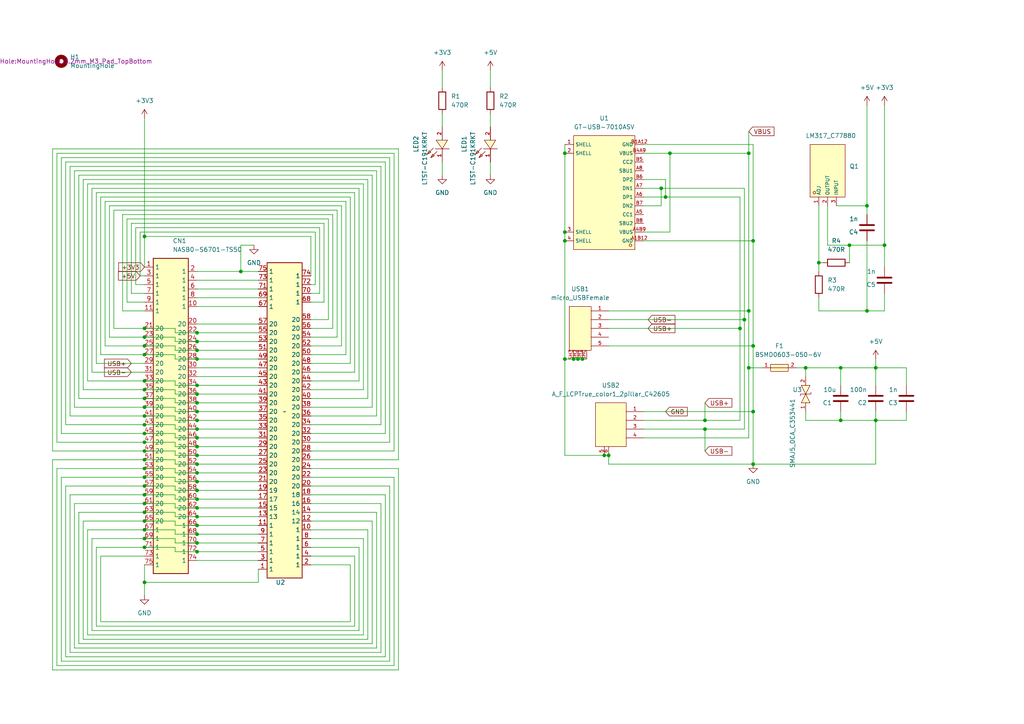
<source format=kicad_sch>
(kicad_sch (version 20230121) (generator eeschema)
  (paper "A4")
  (lib_symbols
    (symbol "Device:C" (pin_numbers hide) (pin_names (offset 0.254))
      (property "Reference" "C" (at 0.635 2.54 0))
      (property "Value" "C" (at 0.635 -2.54 0))
      (symbol "C_0_1"
        (polyline (pts (xy -2.032 -0.762) (xy 2.032 -0.762)) (stroke (width 0.508)))
        (polyline (pts (xy -2.032 0.762) (xy 2.032 0.762)) (stroke (width 0.508)))
      )
      (symbol "C_1_1"
        (pin passive line (at 0 3.81 270) (length 2.794) (name "~") (number "1"))
        (pin passive line (at 0 -3.81 90) (length 2.794) (name "~") (number "2"))
      )
    )
    (symbol "Device:R" (pin_numbers hide) (pin_names (offset 0))
      (property "Reference" "R" (at 2.032 0 90))
      (property "Value" "R" (at 0 0 90))
      (symbol "R_0_1"
        (rectangle (start -1.016 -2.54) (end 1.016 2.54) (stroke (width 0.254)))
      )
      (symbol "R_1_1"
        (pin passive line (at 0 3.81 270) (length 1.27) (name "~") (number "1"))
        (pin passive line (at 0 -3.81 90) (length 1.27) (name "~") (number "2"))
      )
    )
    (symbol "JLC:A_F_LCPTrue_color1_2pillar_C42605" (pin_names hide)
      (property "Reference" "USB" (at 0 1.27 0))
      (property "Value" "A_F_LCPTrue_color1_2pillar_C42605" (at 0 -2.54 0))
      (symbol "A_F_LCPTrue_color1_2pillar_C42605_0_1"
        (rectangle (start -7.62 3.81) (end 1.27 -8.89) (fill (type background)))
        (pin unspecified line (at 6.35 1.27 180) (length 5.08) (name "GND") (number "1"))
        (pin unspecified line (at 6.35 -1.27 180) (length 5.08) (name "D+") (number "2"))
        (pin unspecified line (at 6.35 -3.81 180) (length 5.08) (name "D-") (number "3"))
        (pin unspecified line (at 6.35 -6.35 180) (length 5.08) (name "VCC") (number "4"))
        (pin unspecified line (at -5.08 -11.43 90) (length 2.54) (name "5") (number "5"))
        (pin unspecified line (at -3.81 -11.43 90) (length 2.54) (name "6") (number "6"))
      )
    )
    (symbol "JLC:BSMD0603-050-6V" (pin_names hide)
      (property "Reference" "F" (at 0 1.27 0))
      (property "Value" "BSMD0603-050-6V" (at 0 -2.54 0))
      (symbol "BSMD0603-050-6V_0_1"
        (rectangle (start -2.54 1.016) (end 2.54 -1.016) (fill (type background)))
        (polyline (pts (xy -2.54 0) (xy 2.54 0)))
        (pin unspecified line (at -5.08 0 0) (length 2.54) (name "1") (number "1"))
        (pin unspecified line (at 5.08 0 180) (length 2.54) (name "2") (number "2"))
      )
    )
    (symbol "JLC:GT-USB-7010ASV"
      (property "Reference" "U" (at 0 1.27 0))
      (property "Value" "GT-USB-7010ASV" (at 0 -2.54 0))
      (symbol "GT-USB-7010ASV_0_1"
        (rectangle (start -10.16 17.78) (end 7.62 -15.24) (fill (type background)))
        (circle (center -8.89 16.51) (radius 0.381) (fill (type background)))
        (pin unspecified line (at 10.16 -12.7 180) (length 2.54) (name "SHELL") (number "1"))
        (pin unspecified line (at 10.16 -10.16 180) (length 2.54) (name "SHELL") (number "2"))
        (pin unspecified line (at 10.16 12.7 180) (length 2.54) (name "SHELL") (number "3"))
        (pin unspecified line (at 10.16 15.24 180) (length 2.54) (name "SHELL") (number "4"))
        (pin unspecified line (at -12.7 15.24 0) (length 2.54) (name "GND") (number "A1B12"))
        (pin unspecified line (at -12.7 12.7 0) (length 2.54) (name "VBUS") (number "A4B9"))
        (pin unspecified line (at -12.7 7.62 0) (length 2.54) (name "CC1") (number "A5"))
        (pin unspecified line (at -12.7 2.54 0) (length 2.54) (name "DP1") (number "A6"))
        (pin unspecified line (at -12.7 0 0) (length 2.54) (name "DN1") (number "A7"))
        (pin unspecified line (at -12.7 -5.08 0) (length 2.54) (name "SBU1") (number "A8"))
        (pin unspecified line (at -12.7 -12.7 0) (length 2.54) (name "GND") (number "B1A12"))
        (pin unspecified line (at -12.7 -10.16 0) (length 2.54) (name "VBUS") (number "B4A9"))
        (pin unspecified line (at -12.7 -7.62 0) (length 2.54) (name "CC2") (number "B5"))
        (pin unspecified line (at -12.7 -2.54 0) (length 2.54) (name "DP2") (number "B6"))
        (pin unspecified line (at -12.7 5.08 0) (length 2.54) (name "DN2") (number "B7"))
        (pin unspecified line (at -12.7 10.16 0) (length 2.54) (name "SBU2") (number "B8"))
      )
    )
    (symbol "JLC:LM317_C77880"
      (property "Reference" "Q" (at 0 1.27 0))
      (property "Value" "LM317_C77880" (at 0 -2.54 0))
      (symbol "LM317_C77880_0_1"
        (rectangle (start -6.35 6.35) (end 8.89 -3.81) (fill (type background)))
        (circle (center -5.08 5.08) (radius 0.381) (fill (type background)))
        (pin unspecified line (at -8.89 3.81 0) (length 2.54) (name "ADJ") (number "1"))
        (pin unspecified line (at -8.89 1.27 0) (length 2.54) (name "OUTPUT") (number "2"))
        (pin unspecified line (at -8.89 -1.27 0) (length 2.54) (name "INPUT") (number "3"))
      )
    )
    (symbol "JLC:LTST-C191KRKT" (pin_names hide)
      (property "Reference" "LED" (at 0 1.27 0))
      (property "Value" "LTST-C191KRKT" (at 0 -2.54 0))
      (symbol "LTST-C191KRKT_0_1"
        (polyline (pts (xy -2.032 1.524) (xy -3.81 3.302)))
        (polyline (pts (xy -1.27 2.032) (xy -1.27 -2.032)))
        (polyline (pts (xy -1.016 2.54) (xy -2.794 4.318)))
        (polyline (pts (xy -3.81 3.302) (xy -2.794 2.794) (xy -3.302 2.286) (xy -3.81 3.302)) (fill (type background)))
        (polyline (pts (xy -2.794 4.318) (xy -1.778 3.81) (xy -2.286 3.302) (xy -2.794 4.318)) (fill (type background)))
        (polyline (pts (xy 1.27 -1.524) (xy -1.27 0) (xy 1.27 1.778) (xy 1.27 -1.524)) (fill (type background)))
        (pin unspecified line (at -5.08 0 0) (length 3.81) (name "-") (number "1"))
        (pin unspecified line (at 5.08 0 180) (length 3.81) (name "+") (number "2"))
      )
    )
    (symbol "JLC:SMAJ5_0CA_C353441" (pin_names hide)
      (property "Reference" "U" (at 0 1.27 0))
      (property "Value" "SMAJ5_0CA_C353441" (at 0 -2.54 0))
      (symbol "SMAJ5_0CA_C353441_0_1"
        (polyline (pts (xy -2.54 1.27) (xy 0 0) (xy -2.54 -1.27) (xy -2.54 1.27)) (fill (type background)))
        (polyline (pts (xy 2.54 1.27) (xy 0 0) (xy 2.54 -1.27) (xy 2.54 1.27)) (fill (type background)))
        (polyline (pts (xy -0.508 1.524) (xy -0.508 1.524) (xy 0 1.524) (xy 0 -1.524) (xy 0.508 -1.524) (xy 0.508 -1.524)))
        (pin unspecified line (at -5.08 0 0) (length 2.54) (name "K") (number "1"))
        (pin unspecified line (at 5.08 0 180) (length 2.54) (name "A") (number "2"))
      )
    )
    (symbol "JLC:micro_USBFemale" (pin_names hide)
      (property "Reference" "USB1" (at 0.635 11.43 0))
      (property "Value" "micro_USBFemale" (at 0.635 8.89 0))
      (symbol "micro_USBFemale_0_1"
        (rectangle (start -2.54 6.35) (end 3.81 -6.35) (fill (type background)))
        (pin unspecified line (at 8.89 5.08 180) (length 5.08) (name "V+") (number "1"))
        (pin unspecified line (at 8.89 2.54 180) (length 5.08) (name "D-") (number "2"))
        (pin unspecified line (at 8.89 0 180) (length 5.08) (name "D+") (number "3"))
        (pin unspecified line (at 8.89 -2.54 180) (length 5.08) (name "ID") (number "4"))
        (pin unspecified line (at 8.89 -5.08 180) (length 5.08) (name "V-") (number "5"))
        (pin input line (at 2.54 -8.89 90) (length 2.54) (name "MTN") (number "SH0"))
      )
      (symbol "micro_USBFemale_1_1"
        (pin unspecified line (at 1.27 -8.89 90) (length 2.54) (name "") (number "SH1"))
        (pin unspecified line (at 0 -8.89 90) (length 2.54) (name "2") (number "SH2"))
        (pin unspecified line (at -1.27 -8.89 90) (length 2.54) (name "SH3") (number "SH3"))
      )
    )
    (symbol "JLC_parts:NASB0-S6701-TS50"
      (property "Reference" "CN" (at 0 1.27 0))
      (property "Value" "NASB0-S6701-TS50" (at 0 -2.54 0))
      (symbol "NASB0-S6701-TS50_0_1"
        (rectangle (start -3.81 48.26) (end 6.35 -43.18) (stroke (width 0.254)) (fill (type background)))
      )
      (symbol "NASB0-S6701-TS50_1_1"
        (pin input line (at -6.35 45.72 0) (length 2.54) (name "1") (number "1"))
        (pin input line (at 8.89 34.29 180) (length 2.54) (name "1") (number "10"))
        (pin input line (at -6.35 33.02 0) (length 2.54) (name "1") (number "11"))
        (pin input line (at 8.89 44.45 180) (length 2.54) (name "1") (number "2"))
        (pin input line (at 8.89 29.21 180) (length 2.54) (name "20") (number "20"))
        (pin input line (at -6.35 27.94 0) (length 2.54) (name "20") (number "21"))
        (pin input line (at 8.89 26.67 180) (length 2.54) (name "20") (number "22"))
        (pin input line (at -6.35 25.4 0) (length 2.54) (name "20") (number "23"))
        (pin input line (at 8.89 24.13 180) (length 2.54) (name "20") (number "24"))
        (pin input line (at -6.35 22.86 0) (length 2.54) (name "20") (number "25"))
        (pin input line (at 8.89 21.59 180) (length 2.54) (name "20") (number "26"))
        (pin input line (at -6.35 20.32 0) (length 2.54) (name "20") (number "27"))
        (pin input line (at 8.89 19.05 180) (length 2.54) (name "20") (number "28"))
        (pin input line (at -6.35 17.78 0) (length 2.54) (name "20") (number "29"))
        (pin input line (at -6.35 43.18 0) (length 2.54) (name "1") (number "3"))
        (pin input line (at 8.89 16.51 180) (length 2.54) (name "20") (number "30"))
        (pin input line (at -6.35 15.24 0) (length 2.54) (name "20") (number "31"))
        (pin input line (at 8.89 13.97 180) (length 2.54) (name "20") (number "32"))
        (pin input line (at -6.35 12.7 0) (length 2.54) (name "20") (number "33"))
        (pin input line (at 8.89 11.43 180) (length 2.54) (name "20") (number "34"))
        (pin input line (at -6.35 10.16 0) (length 2.54) (name "20") (number "35"))
        (pin input line (at 8.89 8.89 180) (length 2.54) (name "20") (number "36"))
        (pin input line (at -6.35 7.62 0) (length 2.54) (name "20") (number "37"))
        (pin input line (at 8.89 6.35 180) (length 2.54) (name "20") (number "38"))
        (pin input line (at -6.35 5.08 0) (length 2.54) (name "20") (number "39"))
        (pin input line (at 8.89 41.91 180) (length 2.54) (name "1") (number "4"))
        (pin input line (at 8.89 3.81 180) (length 2.54) (name "20") (number "40"))
        (pin input line (at -6.35 2.54 0) (length 2.54) (name "20") (number "41"))
        (pin input line (at 8.89 1.27 180) (length 2.54) (name "20") (number "42"))
        (pin input line (at -6.35 0 0) (length 2.54) (name "20") (number "43"))
        (pin input line (at 8.89 -1.27 180) (length 2.54) (name "20") (number "44"))
        (pin input line (at -6.35 -2.54 0) (length 2.54) (name "20") (number "45"))
        (pin input line (at 8.89 -3.81 180) (length 2.54) (name "20") (number "46"))
        (pin input line (at -6.35 -5.08 0) (length 2.54) (name "20") (number "47"))
        (pin input line (at 8.89 -6.35 180) (length 2.54) (name "20") (number "48"))
        (pin input line (at -6.35 -7.62 0) (length 2.54) (name "20") (number "49"))
        (pin input line (at -6.35 40.64 0) (length 2.54) (name "1") (number "5"))
        (pin input line (at 8.89 -8.89 180) (length 2.54) (name "20") (number "50"))
        (pin input line (at -6.35 -10.16 0) (length 2.54) (name "20") (number "51"))
        (pin input line (at 8.89 -11.43 180) (length 2.54) (name "20") (number "52"))
        (pin input line (at -6.35 -12.7 0) (length 2.54) (name "20") (number "53"))
        (pin input line (at 8.89 -13.97 180) (length 2.54) (name "20") (number "54"))
        (pin input line (at -6.35 -15.24 0) (length 2.54) (name "20") (number "55"))
        (pin input line (at 8.89 -16.51 180) (length 2.54) (name "20") (number "56"))
        (pin input line (at -6.35 -17.78 0) (length 2.54) (name "20") (number "57"))
        (pin input line (at 8.89 -19.05 180) (length 2.54) (name "20") (number "58"))
        (pin input line (at -6.35 -20.32 0) (length 2.54) (name "20") (number "59"))
        (pin input line (at 8.89 39.37 180) (length 2.54) (name "1") (number "6"))
        (pin input line (at 8.89 -21.59 180) (length 2.54) (name "20") (number "60"))
        (pin input line (at -6.35 -22.86 0) (length 2.54) (name "20") (number "61"))
        (pin input line (at 8.89 -24.13 180) (length 2.54) (name "20") (number "62"))
        (pin input line (at -6.35 -25.4 0) (length 2.54) (name "20") (number "63"))
        (pin input line (at 8.89 -26.67 180) (length 2.54) (name "20") (number "64"))
        (pin input line (at -6.35 -27.94 0) (length 2.54) (name "20") (number "65"))
        (pin input line (at 8.89 -29.21 180) (length 2.54) (name "1") (number "66"))
        (pin input line (at -6.35 -30.48 0) (length 2.54) (name "1") (number "67"))
        (pin input line (at 8.89 -31.75 180) (length 2.54) (name "1") (number "68"))
        (pin input line (at -6.35 -33.02 0) (length 2.54) (name "1") (number "69"))
        (pin input line (at -6.35 38.1 0) (length 2.54) (name "1") (number "7"))
        (pin input line (at 8.89 -34.29 180) (length 2.54) (name "1") (number "70"))
        (pin input line (at -6.35 -35.56 0) (length 2.54) (name "1") (number "71"))
        (pin input line (at 8.89 -36.83 180) (length 2.54) (name "1") (number "72"))
        (pin input line (at -6.35 -38.1 0) (length 2.54) (name "1") (number "73"))
        (pin input line (at 8.89 -39.37 180) (length 2.54) (name "1") (number "74"))
        (pin input line (at -6.35 -40.64 0) (length 2.54) (name "1") (number "75"))
        (pin input line (at 8.89 36.83 180) (length 2.54) (name "1") (number "8"))
        (pin input line (at -6.35 35.56 0) (length 2.54) (name "1") (number "9"))
      )
    )
    (symbol "JLC_parts:m.2_M_edge_fingers"
      (property "Reference" "U" (at 0 -7.62 0))
      (symbol "m.2_M_edge_fingers_0_1"
        (rectangle (start -5.08 48.26) (end 5.08 -43.18) (stroke (width 0.254)) (fill (type background)))
      )
      (symbol "m.2_M_edge_fingers_1_1"
        (pin input line (at -7.62 45.72 0) (length 2.54) (name "1") (number "1"))
        (pin input line (at 7.62 34.29 180) (length 2.54) (name "1") (number "10"))
        (pin input line (at -7.62 33.02 0) (length 2.54) (name "1") (number "11"))
        (pin input line (at 7.62 31.75 180) (length 2.54) (name "12") (number "12"))
        (pin input line (at -7.62 30.48 0) (length 2.54) (name "13") (number "13"))
        (pin input line (at 7.62 29.21 180) (length 2.54) (name "14") (number "14"))
        (pin input line (at -7.62 27.94 0) (length 2.54) (name "15") (number "15"))
        (pin input line (at 7.62 26.67 180) (length 2.54) (name "16") (number "16"))
        (pin input line (at -7.62 25.4 0) (length 2.54) (name "17") (number "17"))
        (pin input line (at 7.62 24.13 180) (length 2.54) (name "18") (number "18"))
        (pin input line (at -7.62 22.86 0) (length 2.54) (name "19") (number "19"))
        (pin input line (at 7.62 44.45 180) (length 2.54) (name "1") (number "2"))
        (pin input line (at 7.62 21.59 180) (length 2.54) (name "20") (number "20"))
        (pin input line (at -7.62 20.32 0) (length 2.54) (name "20") (number "21"))
        (pin input line (at 7.62 19.05 180) (length 2.54) (name "20") (number "22"))
        (pin input line (at -7.62 17.78 0) (length 2.54) (name "20") (number "23"))
        (pin input line (at 7.62 16.51 180) (length 2.54) (name "20") (number "24"))
        (pin input line (at -7.62 15.24 0) (length 2.54) (name "20") (number "25"))
        (pin input line (at 7.62 13.97 180) (length 2.54) (name "20") (number "26"))
        (pin input line (at -7.62 12.7 0) (length 2.54) (name "20") (number "27"))
        (pin input line (at 7.62 11.43 180) (length 2.54) (name "20") (number "28"))
        (pin input line (at -7.62 10.16 0) (length 2.54) (name "20") (number "29"))
        (pin input line (at -7.62 43.18 0) (length 2.54) (name "1") (number "3"))
        (pin input line (at 7.62 8.89 180) (length 2.54) (name "20") (number "30"))
        (pin input line (at -7.62 7.62 0) (length 2.54) (name "20") (number "31"))
        (pin input line (at 7.62 6.35 180) (length 2.54) (name "20") (number "32"))
        (pin input line (at -7.62 5.08 0) (length 2.54) (name "20") (number "33"))
        (pin input line (at 7.62 3.81 180) (length 2.54) (name "20") (number "34"))
        (pin input line (at -7.62 2.54 0) (length 2.54) (name "20") (number "35"))
        (pin input line (at 7.62 1.27 180) (length 2.54) (name "20") (number "36"))
        (pin input line (at -7.62 0 0) (length 2.54) (name "20") (number "37"))
        (pin input line (at 7.62 -1.27 180) (length 2.54) (name "20") (number "38"))
        (pin input line (at -7.62 -2.54 0) (length 2.54) (name "20") (number "39"))
        (pin input line (at 7.62 41.91 180) (length 2.54) (name "1") (number "4"))
        (pin input line (at 7.62 -3.81 180) (length 2.54) (name "20") (number "40"))
        (pin input line (at -7.62 -5.08 0) (length 2.54) (name "20") (number "41"))
        (pin input line (at 7.62 -6.35 180) (length 2.54) (name "20") (number "42"))
        (pin input line (at -7.62 -7.62 0) (length 2.54) (name "20") (number "43"))
        (pin input line (at 7.62 -8.89 180) (length 2.54) (name "20") (number "44"))
        (pin input line (at -7.62 -10.16 0) (length 2.54) (name "20") (number "45"))
        (pin input line (at 7.62 -11.43 180) (length 2.54) (name "20") (number "46"))
        (pin input line (at -7.62 -12.7 0) (length 2.54) (name "20") (number "47"))
        (pin input line (at 7.62 -13.97 180) (length 2.54) (name "20") (number "48"))
        (pin input line (at -7.62 -15.24 0) (length 2.54) (name "20") (number "49"))
        (pin input line (at -7.62 40.64 0) (length 2.54) (name "1") (number "5"))
        (pin input line (at 7.62 -16.51 180) (length 2.54) (name "20") (number "50"))
        (pin input line (at -7.62 -17.78 0) (length 2.54) (name "20") (number "51"))
        (pin input line (at 7.62 -19.05 180) (length 2.54) (name "20") (number "52"))
        (pin input line (at -7.62 -20.32 0) (length 2.54) (name "20") (number "53"))
        (pin input line (at 7.62 -21.59 180) (length 2.54) (name "20") (number "54"))
        (pin input line (at -7.62 -22.86 0) (length 2.54) (name "20") (number "55"))
        (pin input line (at 7.62 -24.13 180) (length 2.54) (name "20") (number "56"))
        (pin input line (at -7.62 -25.4 0) (length 2.54) (name "20") (number "57"))
        (pin input line (at 7.62 -26.67 180) (length 2.54) (name "20") (number "58"))
        (pin input line (at 7.62 39.37 180) (length 2.54) (name "1") (number "6"))
        (pin input line (at -7.62 -30.48 0) (length 2.54) (name "1") (number "67"))
        (pin input line (at 7.62 -31.75 180) (length 2.54) (name "1") (number "68"))
        (pin input line (at -7.62 -33.02 0) (length 2.54) (name "1") (number "69"))
        (pin input line (at -7.62 38.1 0) (length 2.54) (name "1") (number "7"))
        (pin input line (at 7.62 -34.29 180) (length 2.54) (name "1") (number "70"))
        (pin input line (at -7.62 -35.56 0) (length 2.54) (name "1") (number "71"))
        (pin input line (at 7.62 -36.83 180) (length 2.54) (name "1") (number "72"))
        (pin input line (at -7.62 -38.1 0) (length 2.54) (name "1") (number "73"))
        (pin input line (at 7.62 -39.37 180) (length 2.54) (name "1") (number "74"))
        (pin input line (at -7.62 -40.64 0) (length 2.54) (name "1") (number "75"))
        (pin input line (at 7.62 36.83 180) (length 2.54) (name "1") (number "8"))
        (pin input line (at -7.62 35.56 0) (length 2.54) (name "1") (number "9"))
      )
    )
    (symbol "Mechanical:MountingHole" (pin_names (offset 1.016))
      (property "Reference" "H" (at 0 5.08 0))
      (property "Value" "MountingHole" (at 0 3.175 0))
      (symbol "MountingHole_0_1"
        (circle (center 0 0) (radius 1.27) (stroke (width 1.27)))
      )
    )
    (symbol "power:+3V3" (power) (pin_names (offset 0))
      (property "Value" "+3V3" (at 0 3.556 0))
      (symbol "+3V3_0_1"
        (polyline (pts (xy -0.762 1.27) (xy 0 2.54)))
        (polyline (pts (xy 0 0) (xy 0 2.54)))
        (polyline (pts (xy 0 2.54) (xy 0.762 1.27)))
      )
      (symbol "+3V3_1_1"
        (pin power_in line (at 0 0 90) (length 0) hide (name "+3V3") (number "1"))
      )
    )
    (symbol "power:+5V" (power) (pin_names (offset 0))
      (property "Value" "+5V" (at 0 3.556 0))
      (symbol "+5V_0_1"
        (polyline (pts (xy -0.762 1.27) (xy 0 2.54)))
        (polyline (pts (xy 0 0) (xy 0 2.54)))
        (polyline (pts (xy 0 2.54) (xy 0.762 1.27)))
      )
      (symbol "+5V_1_1"
        (pin power_in line (at 0 0 90) (length 0) hide (name "+5V") (number "1"))
      )
    )
    (symbol "power:GND" (power) (pin_names (offset 0))
      (property "Value" "GND" (at 0 -3.81 0))
      (symbol "GND_0_1"
        (polyline (pts (xy 0 0) (xy 0 -1.27) (xy 1.27 -1.27) (xy 0 -2.54) (xy -1.27 -1.27) (xy 0 -1.27)))
      )
      (symbol "GND_1_1"
        (pin power_in line (at 0 0 270) (length 0) hide (name "GND") (number "1"))
      )
    )
  )
  (junction (at 41.91 156.21))
  (junction (at 57.15 134.62))
  (junction (at 163.83 67.31))
  (junction (at 243.84 121.92))
  (junction (at 176.53 132.08))
  (junction (at 214.63 95.25))
  (junction (at 41.91 113.03))
  (junction (at 57.15 157.48))
  (junction (at 191.77 54.61))
  (junction (at 57.15 96.52))
  (junction (at 57.15 160.02))
  (junction (at 233.68 106.68))
  (junction (at 57.15 104.14))
  (junction (at 69.85 78.74))
  (junction (at 57.15 114.3))
  (junction (at 57.15 152.4))
  (junction (at 41.91 68.58))
  (junction (at 254 121.92))
  (junction (at 57.15 137.16))
  (junction (at 57.15 129.54))
  (junction (at 166.37 104.14))
  (junction (at 243.84 106.68))
  (junction (at 41.91 133.35))
  (junction (at 57.15 111.76))
  (junction (at 251.46 90.17))
  (junction (at 41.91 97.79))
  (junction (at 57.15 116.84))
  (junction (at 41.91 143.51))
  (junction (at 57.15 124.46))
  (junction (at 57.15 132.08))
  (junction (at 57.15 127))
  (junction (at 41.91 158.75))
  (junction (at 175.26 132.08))
  (junction (at 204.47 121.92))
  (junction (at 163.83 104.14))
  (junction (at 57.15 149.86))
  (junction (at 256.54 71.12))
  (junction (at 163.83 44.45))
  (junction (at 215.9 92.71))
  (junction (at 254 106.68))
  (junction (at 41.91 95.25))
  (junction (at 204.47 124.46))
  (junction (at 194.31 44.45))
  (junction (at 41.91 138.43))
  (junction (at 57.15 99.06))
  (junction (at 41.91 100.33))
  (junction (at 237.49 76.2))
  (junction (at 41.91 118.11))
  (junction (at 57.15 154.94))
  (junction (at 57.15 139.7))
  (junction (at 218.44 119.38))
  (junction (at 41.91 128.27))
  (junction (at 57.15 147.32))
  (junction (at 218.44 134.62))
  (junction (at 41.91 102.87))
  (junction (at 57.15 144.78))
  (junction (at 57.15 142.24))
  (junction (at 41.91 130.81))
  (junction (at 251.46 59.69))
  (junction (at 57.15 119.38))
  (junction (at 246.38 71.12))
  (junction (at 41.91 135.89))
  (junction (at 57.15 121.92))
  (junction (at 218.44 100.33))
  (junction (at 41.91 125.73))
  (junction (at 168.91 104.14))
  (junction (at 41.91 168.91))
  (junction (at 41.91 115.57))
  (junction (at 163.83 69.85))
  (junction (at 41.91 146.05))
  (junction (at 41.91 123.19))
  (junction (at 41.91 148.59))
  (junction (at 217.17 44.45))
  (junction (at 218.44 69.85))
  (junction (at 41.91 153.67))
  (junction (at 193.04 57.15))
  (junction (at 41.91 110.49))
  (junction (at 57.15 101.6))
  (junction (at 217.17 90.17))
  (junction (at 41.91 151.13))
  (junction (at 41.91 140.97))
  (junction (at 167.64 104.14))
  (junction (at 41.91 120.65))
  (junction (at 217.17 106.68))
  (wire (pts (xy 41.91 102.87) (xy 50.8 102.87)))
  (wire (pts (xy 110.49 123.19) (xy 110.49 48.26)))
  (wire (pts (xy 105.41 53.34) (xy 25.4 53.34)))
  (wire (pts (xy 115.57 135.89) (xy 90.17 135.89)))
  (wire (pts (xy 246.38 71.12) (xy 246.38 76.2)))
  (wire (pts (xy 41.91 105.41) (xy 27.94 105.41)))
  (wire (pts (xy 41.91 138.43) (xy 50.8 138.43)))
  (wire (pts (xy 204.47 124.46) (xy 215.9 124.46)))
  (wire (pts (xy 176.53 95.25) (xy 214.63 95.25)))
  (wire (pts (xy 41.91 125.73) (xy 50.8 125.73)))
  (wire (pts (xy 50.8 119.38) (xy 57.15 119.38)))
  (wire (pts (xy 50.8 127) (xy 57.15 127)))
  (wire (pts (xy 41.91 151.13) (xy 50.8 151.13)))
  (wire (pts (xy 57.15 147.32) (xy 74.93 147.32)))
  (wire (pts (xy 50.8 135.89) (xy 50.8 137.16)))
  (wire (pts (xy 114.3 130.81) (xy 90.17 130.81)))
  (wire (pts (xy 176.53 100.33) (xy 218.44 100.33)))
  (wire (pts (xy 57.15 154.94) (xy 74.93 154.94)))
  (wire (pts (xy 243.84 121.92) (xy 254 121.92)))
  (wire (pts (xy 193.04 57.15) (xy 214.63 57.15)))
  (wire (pts (xy 41.91 100.33) (xy 50.8 100.33)))
  (wire (pts (xy 107.95 151.13) (xy 107.95 186.69)))
  (wire (pts (xy 101.6 57.15) (xy 29.21 57.15)))
  (wire (pts (xy 105.41 113.03) (xy 105.41 53.34)))
  (wire (pts (xy 214.63 57.15) (xy 214.63 95.25)))
  (wire (pts (xy 251.46 90.17) (xy 237.49 90.17)))
  (wire (pts (xy 41.91 100.33) (xy 30.48 100.33)))
  (wire (pts (xy 50.8 140.97) (xy 50.8 142.24)))
  (wire (pts (xy 41.91 156.21) (xy 50.8 156.21)))
  (wire (pts (xy 50.8 133.35) (xy 50.8 134.62)))
  (wire (pts (xy 29.21 57.15) (xy 29.21 102.87)))
  (wire (pts (xy 41.91 77.47) (xy 41.91 68.58)))
  (wire (pts (xy 163.83 104.14) (xy 166.37 104.14)))
  (wire (pts (xy 20.32 48.26) (xy 20.32 120.65)))
  (wire (pts (xy 57.15 149.86) (xy 74.93 149.86)))
  (wire (pts (xy 41.91 118.11) (xy 21.59 118.11)))
  (wire (pts (xy 109.22 187.96) (xy 109.22 148.59)))
  (wire (pts (xy 41.91 146.05) (xy 21.59 146.05)))
  (wire (pts (xy 243.84 119.38) (xy 243.84 121.92)))
  (wire (pts (xy 93.98 64.77) (xy 38.1 64.77)))
  (wire (pts (xy 50.8 148.59) (xy 50.8 149.86)))
  (wire (pts (xy 106.68 115.57) (xy 106.68 52.07)))
  (wire (pts (xy 57.15 119.38) (xy 74.93 119.38)))
  (wire (pts (xy 163.83 67.31) (xy 163.83 69.85)))
  (wire (pts (xy 204.47 116.84) (xy 204.47 121.92)))
  (wire (pts (xy 50.8 124.46) (xy 57.15 124.46)))
  (wire (pts (xy 41.91 146.05) (xy 50.8 146.05)))
  (wire (pts (xy 142.24 46.99) (xy 142.24 50.8)))
  (wire (pts (xy 50.8 96.52) (xy 57.15 96.52)))
  (wire (pts (xy 41.91 80.01) (xy 40.64 80.01)))
  (wire (pts (xy 163.83 132.08) (xy 163.83 104.14)))
  (wire (pts (xy 102.87 107.95) (xy 90.17 107.95)))
  (wire (pts (xy 50.8 116.84) (xy 57.15 116.84)))
  (wire (pts (xy 57.15 134.62) (xy 74.93 134.62)))
  (wire (pts (xy 92.71 66.04) (xy 92.71 85.09)))
  (wire (pts (xy 24.13 185.42) (xy 106.68 185.42)))
  (wire (pts (xy 41.91 120.65) (xy 50.8 120.65)))
  (wire (pts (xy 57.15 109.22) (xy 74.93 109.22)))
  (wire (pts (xy 57.15 137.16) (xy 74.93 137.16)))
  (wire (pts (xy 256.54 71.12) (xy 256.54 77.47)))
  (wire (pts (xy 15.24 194.31) (xy 115.57 194.31)))
  (wire (pts (xy 57.15 111.76) (xy 74.93 111.76)))
  (wire (pts (xy 50.8 134.62) (xy 57.15 134.62)))
  (wire (pts (xy 215.9 92.71) (xy 215.9 54.61)))
  (wire (pts (xy 128.27 25.4) (xy 128.27 20.32)))
  (wire (pts (xy 41.91 133.35) (xy 15.24 133.35)))
  (wire (pts (xy 50.8 123.19) (xy 50.8 124.46)))
  (wire (pts (xy 218.44 41.91) (xy 218.44 69.85)))
  (wire (pts (xy 204.47 130.81) (xy 204.47 124.46)))
  (wire (pts (xy 115.57 133.35) (xy 115.57 43.18)))
  (wire (pts (xy 193.04 52.07) (xy 186.69 52.07)))
  (wire (pts (xy 110.49 189.23) (xy 20.32 189.23)))
  (wire (pts (xy 50.8 101.6) (xy 57.15 101.6)))
  (wire (pts (xy 50.8 125.73) (xy 50.8 127)))
  (wire (pts (xy 176.53 90.17) (xy 217.17 90.17)))
  (wire (pts (xy 93.98 87.63) (xy 93.98 64.77)))
  (wire (pts (xy 15.24 43.18) (xy 15.24 130.81)))
  (wire (pts (xy 57.15 93.98) (xy 74.93 93.98)))
  (wire (pts (xy 90.17 143.51) (xy 111.76 143.51)))
  (wire (pts (xy 29.21 102.87) (xy 41.91 102.87)))
  (wire (pts (xy 176.53 92.71) (xy 215.9 92.71)))
  (wire (pts (xy 217.17 44.45) (xy 217.17 90.17)))
  (wire (pts (xy 17.78 138.43) (xy 17.78 191.77)))
  (wire (pts (xy 50.8 110.49) (xy 50.8 111.76)))
  (wire (pts (xy 57.15 162.56) (xy 74.93 162.56)))
  (wire (pts (xy 107.95 50.8) (xy 22.86 50.8)))
  (wire (pts (xy 90.17 95.25) (xy 96.52 95.25)))
  (wire (pts (xy 262.89 121.92) (xy 254 121.92)))
  (wire (pts (xy 41.91 123.19) (xy 19.05 123.19)))
  (wire (pts (xy 90.17 100.33) (xy 99.06 100.33)))
  (wire (pts (xy 50.8 99.06) (xy 57.15 99.06)))
  (wire (pts (xy 50.8 157.48) (xy 57.15 157.48)))
  (wire (pts (xy 113.03 128.27) (xy 113.03 45.72)))
  (wire (pts (xy 41.91 161.29) (xy 29.21 161.29)))
  (wire (pts (xy 30.48 58.42) (xy 100.33 58.42)))
  (wire (pts (xy 57.15 116.84) (xy 74.93 116.84)))
  (wire (pts (xy 50.8 154.94) (xy 57.15 154.94)))
  (wire (pts (xy 106.68 52.07) (xy 24.13 52.07)))
  (wire (pts (xy 163.83 44.45) (xy 163.83 67.31)))
  (wire (pts (xy 50.8 138.43) (xy 50.8 139.7)))
  (wire (pts (xy 254 111.76) (xy 254 106.68)))
  (wire (pts (xy 50.8 120.65) (xy 50.8 121.92)))
  (wire (pts (xy 90.17 146.05) (xy 110.49 146.05)))
  (wire (pts (xy 41.91 68.58) (xy 90.17 68.58)))
  (wire (pts (xy 217.17 106.68) (xy 217.17 127)))
  (wire (pts (xy 256.54 90.17) (xy 251.46 90.17)))
  (wire (pts (xy 237.49 59.69) (xy 237.49 76.2)))
  (wire (pts (xy 41.91 156.21) (xy 26.67 156.21)))
  (wire (pts (xy 231.14 106.68) (xy 233.68 106.68)))
  (wire (pts (xy 106.68 153.67) (xy 90.17 153.67)))
  (wire (pts (xy 254 121.92) (xy 254 134.62)))
  (wire (pts (xy 41.91 151.13) (xy 24.13 151.13)))
  (wire (pts (xy 113.03 45.72) (xy 17.78 45.72)))
  (wire (pts (xy 41.91 87.63) (xy 36.83 87.63)))
  (wire (pts (xy 50.8 114.3) (xy 57.15 114.3)))
  (wire (pts (xy 217.17 44.45) (xy 217.17 38.1)))
  (wire (pts (xy 254 121.92) (xy 254 119.38)))
  (wire (pts (xy 218.44 69.85) (xy 186.69 69.85)))
  (wire (pts (xy 19.05 190.5) (xy 19.05 140.97)))
  (wire (pts (xy 251.46 30.48) (xy 251.46 59.69)))
  (wire (pts (xy 16.51 135.89) (xy 41.91 135.89)))
  (wire (pts (xy 22.86 115.57) (xy 41.91 115.57)))
  (wire (pts (xy 237.49 76.2) (xy 237.49 78.74)))
  (wire (pts (xy 69.85 71.12) (xy 73.66 71.12)))
  (wire (pts (xy 233.68 106.68) (xy 233.68 109.22)))
  (wire (pts (xy 218.44 134.62) (xy 218.44 119.38)))
  (wire (pts (xy 50.8 95.25) (xy 50.8 96.52)))
  (wire (pts (xy 39.37 66.04) (xy 92.71 66.04)))
  (wire (pts (xy 217.17 90.17) (xy 217.17 106.68)))
  (wire (pts (xy 90.17 113.03) (xy 105.41 113.03)))
  (wire (pts (xy 57.15 81.28) (xy 74.93 81.28)))
  (wire (pts (xy 57.15 157.48) (xy 74.93 157.48)))
  (wire (pts (xy 21.59 49.53) (xy 109.22 49.53)))
  (wire (pts (xy 217.17 106.68) (xy 220.98 106.68)))
  (wire (pts (xy 19.05 123.19) (xy 19.05 46.99)))
  (wire (pts (xy 26.67 54.61) (xy 104.14 54.61)))
  (wire (pts (xy 50.8 102.87) (xy 50.8 104.14)))
  (wire (pts (xy 41.91 107.95) (xy 26.67 107.95)))
  (wire (pts (xy 215.9 92.71) (xy 215.9 124.46)))
  (wire (pts (xy 41.91 82.55) (xy 39.37 82.55)))
  (wire (pts (xy 92.71 85.09) (xy 90.17 85.09)))
  (wire (pts (xy 91.44 82.55) (xy 90.17 82.55)))
  (wire (pts (xy 215.9 54.61) (xy 191.77 54.61)))
  (wire (pts (xy 50.8 152.4) (xy 57.15 152.4)))
  (wire (pts (xy 21.59 187.96) (xy 109.22 187.96)))
  (wire (pts (xy 24.13 113.03) (xy 41.91 113.03)))
  (wire (pts (xy 109.22 49.53) (xy 109.22 120.65)))
  (wire (pts (xy 115.57 194.31) (xy 115.57 135.89)))
  (wire (pts (xy 21.59 118.11) (xy 21.59 49.53)))
  (wire (pts (xy 41.91 115.57) (xy 50.8 115.57)))
  (wire (pts (xy 41.91 168.91) (xy 74.93 168.91)))
  (wire (pts (xy 50.8 158.75) (xy 50.8 160.02)))
  (wire (pts (xy 111.76 190.5) (xy 19.05 190.5)))
  (wire (pts (xy 102.87 161.29) (xy 102.87 181.61)))
  (wire (pts (xy 191.77 54.61) (xy 186.69 54.61)))
  (wire (pts (xy 102.87 181.61) (xy 27.94 181.61)))
  (wire (pts (xy 96.52 62.23) (xy 35.56 62.23)))
  (wire (pts (xy 176.53 134.62) (xy 218.44 134.62)))
  (wire (pts (xy 22.86 50.8) (xy 22.86 115.57)))
  (wire (pts (xy 194.31 44.45) (xy 217.17 44.45)))
  (wire (pts (xy 16.51 128.27) (xy 16.51 44.45)))
  (wire (pts (xy 57.15 104.14) (xy 74.93 104.14)))
  (wire (pts (xy 240.03 59.69) (xy 240.03 71.12)))
  (wire (pts (xy 95.25 92.71) (xy 90.17 92.71)))
  (wire (pts (xy 27.94 55.88) (xy 102.87 55.88)))
  (wire (pts (xy 57.15 144.78) (xy 74.93 144.78)))
  (wire (pts (xy 168.91 104.14) (xy 170.18 104.14)))
  (wire (pts (xy 57.15 124.46) (xy 74.93 124.46)))
  (wire (pts (xy 104.14 158.75) (xy 90.17 158.75)))
  (wire (pts (xy 25.4 153.67) (xy 41.91 153.67)))
  (wire (pts (xy 36.83 63.5) (xy 95.25 63.5)))
  (wire (pts (xy 101.6 105.41) (xy 101.6 57.15)))
  (wire (pts (xy 237.49 90.17) (xy 237.49 86.36)))
  (wire (pts (xy 41.91 133.35) (xy 50.8 133.35)))
  (wire (pts (xy 214.63 95.25) (xy 214.63 121.92)))
  (wire (pts (xy 33.02 60.96) (xy 97.79 60.96)))
  (wire (pts (xy 41.91 110.49) (xy 50.8 110.49)))
  (wire (pts (xy 186.69 119.38) (xy 218.44 119.38)))
  (wire (pts (xy 186.69 41.91) (xy 218.44 41.91)))
  (wire (pts (xy 29.21 180.34) (xy 101.6 180.34)))
  (wire (pts (xy 113.03 140.97) (xy 90.17 140.97)))
  (wire (pts (xy 246.38 71.12) (xy 256.54 71.12)))
  (wire (pts (xy 27.94 158.75) (xy 41.91 158.75)))
  (wire (pts (xy 57.15 152.4) (xy 74.93 152.4)))
  (wire (pts (xy 57.15 83.82) (xy 74.93 83.82)))
  (wire (pts (xy 107.95 186.69) (xy 22.86 186.69)))
  (wire (pts (xy 15.24 130.81) (xy 41.91 130.81)))
  (wire (pts (xy 41.91 113.03) (xy 50.8 113.03)))
  (wire (pts (xy 105.41 156.21) (xy 105.41 184.15)))
  (wire (pts (xy 31.75 97.79) (xy 41.91 97.79)))
  (wire (pts (xy 50.8 113.03) (xy 50.8 114.3)))
  (wire (pts (xy 21.59 146.05) (xy 21.59 187.96)))
  (wire (pts (xy 35.56 90.17) (xy 41.91 90.17)))
  (wire (pts (xy 50.8 143.51) (xy 50.8 144.78)))
  (wire (pts (xy 111.76 125.73) (xy 90.17 125.73)))
  (wire (pts (xy 175.26 132.08) (xy 163.83 132.08)))
  (wire (pts (xy 186.69 127) (xy 217.17 127)))
  (wire (pts (xy 262.89 106.68) (xy 262.89 111.76)))
  (wire (pts (xy 50.8 142.24) (xy 57.15 142.24)))
  (wire (pts (xy 50.8 118.11) (xy 50.8 119.38)))
  (wire (pts (xy 186.69 121.92) (xy 204.47 121.92)))
  (wire (pts (xy 90.17 138.43) (xy 114.3 138.43)))
  (wire (pts (xy 114.3 193.04) (xy 16.51 193.04)))
  (wire (pts (xy 193.04 57.15) (xy 193.04 52.07)))
  (wire (pts (xy 218.44 100.33) (xy 218.44 69.85)))
  (wire (pts (xy 57.15 142.24) (xy 74.93 142.24)))
  (wire (pts (xy 240.03 71.12) (xy 246.38 71.12)))
  (wire (pts (xy 38.1 85.09) (xy 41.91 85.09)))
  (wire (pts (xy 16.51 193.04) (xy 16.51 135.89)))
  (wire (pts (xy 110.49 146.05) (xy 110.49 189.23)))
  (wire (pts (xy 41.91 168.91) (xy 41.91 172.72)))
  (wire (pts (xy 33.02 95.25) (xy 33.02 60.96)))
  (wire (pts (xy 50.8 104.14) (xy 57.15 104.14)))
  (wire (pts (xy 90.17 87.63) (xy 93.98 87.63)))
  (wire (pts (xy 111.76 143.51) (xy 111.76 190.5)))
  (wire (pts (xy 50.8 111.76) (xy 57.15 111.76)))
  (wire (pts (xy 186.69 67.31) (xy 194.31 67.31)))
  (wire (pts (xy 20.32 143.51) (xy 41.91 143.51)))
  (wire (pts (xy 163.83 69.85) (xy 163.83 104.14)))
  (wire (pts (xy 99.06 59.69) (xy 31.75 59.69)))
  (wire (pts (xy 50.8 100.33) (xy 50.8 101.6)))
  (wire (pts (xy 254 106.68) (xy 262.89 106.68)))
  (wire (pts (xy 41.91 140.97) (xy 50.8 140.97)))
  (wire (pts (xy 50.8 130.81) (xy 50.8 132.08)))
  (wire (pts (xy 57.15 132.08) (xy 74.93 132.08)))
  (wire (pts (xy 102.87 55.88) (xy 102.87 107.95)))
  (wire (pts (xy 50.8 147.32) (xy 57.15 147.32)))
  (wire (pts (xy 41.91 34.29) (xy 41.91 68.58)))
  (wire (pts (xy 50.8 97.79) (xy 50.8 99.06)))
  (wire (pts (xy 57.15 127) (xy 74.93 127)))
  (wire (pts (xy 186.69 59.69) (xy 191.77 59.69)))
  (wire (pts (xy 109.22 148.59) (xy 90.17 148.59)))
  (wire (pts (xy 50.8 156.21) (xy 50.8 157.48)))
  (wire (pts (xy 251.46 59.69) (xy 251.46 62.23)))
  (wire (pts (xy 254 106.68) (xy 254 104.14)))
  (wire (pts (xy 166.37 104.14) (xy 167.64 104.14)))
  (wire (pts (xy 128.27 46.99) (xy 128.27 50.8)))
  (wire (pts (xy 186.69 57.15) (xy 193.04 57.15)))
  (wire (pts (xy 111.76 46.99) (xy 111.76 125.73)))
  (wire (pts (xy 142.24 33.02) (xy 142.24 36.83)))
  (wire (pts (xy 97.79 60.96) (xy 97.79 97.79)))
  (wire (pts (xy 31.75 59.69) (xy 31.75 97.79)))
  (wire (pts (xy 41.91 148.59) (xy 50.8 148.59)))
  (wire (pts (xy 15.24 133.35) (xy 15.24 194.31)))
  (wire (pts (xy 50.8 137.16) (xy 57.15 137.16)))
  (wire (pts (xy 114.3 44.45) (xy 114.3 130.81)))
  (wire (pts (xy 50.8 132.08) (xy 57.15 132.08)))
  (wire (pts (xy 16.51 44.45) (xy 114.3 44.45)))
  (wire (pts (xy 57.15 139.7) (xy 74.93 139.7)))
  (wire (pts (xy 25.4 184.15) (xy 25.4 153.67)))
  (wire (pts (xy 57.15 129.54) (xy 74.93 129.54)))
  (wire (pts (xy 41.91 153.67) (xy 50.8 153.67)))
  (wire (pts (xy 233.68 121.92) (xy 243.84 121.92)))
  (wire (pts (xy 41.91 123.19) (xy 50.8 123.19)))
  (wire (pts (xy 19.05 140.97) (xy 41.91 140.97)))
  (wire (pts (xy 50.8 115.57) (xy 50.8 116.84)))
  (wire (pts (xy 29.21 161.29) (xy 29.21 180.34)))
  (wire (pts (xy 100.33 58.42) (xy 100.33 102.87)))
  (wire (pts (xy 256.54 85.09) (xy 256.54 90.17)))
  (wire (pts (xy 24.13 151.13) (xy 24.13 185.42)))
  (wire (pts (xy 104.14 54.61) (xy 104.14 110.49)))
  (wire (pts (xy 17.78 45.72) (xy 17.78 125.73)))
  (wire (pts (xy 25.4 110.49) (xy 41.91 110.49)))
  (wire (pts (xy 251.46 69.85) (xy 251.46 90.17)))
  (wire (pts (xy 104.14 182.88) (xy 104.14 158.75)))
  (wire (pts (xy 50.8 144.78) (xy 57.15 144.78)))
  (wire (pts (xy 238.76 76.2) (xy 237.49 76.2)))
  (wire (pts (xy 110.49 48.26) (xy 20.32 48.26)))
  (wire (pts (xy 101.6 163.83) (xy 90.17 163.83)))
  (wire (pts (xy 57.15 160.02) (xy 74.93 160.02)))
  (wire (pts (xy 218.44 100.33) (xy 218.44 119.38)))
  (wire (pts (xy 194.31 67.31) (xy 194.31 44.45)))
  (wire (pts (xy 243.84 111.76) (xy 243.84 106.68)))
  (wire (pts (xy 50.8 146.05) (xy 50.8 147.32)))
  (wire (pts (xy 27.94 105.41) (xy 27.94 55.88)))
  (wire (pts (xy 27.94 181.61) (xy 27.94 158.75)))
  (wire (pts (xy 107.95 118.11) (xy 107.95 50.8)))
  (wire (pts (xy 99.06 100.33) (xy 99.06 59.69)))
  (wire (pts (xy 128.27 33.02) (xy 128.27 36.83)))
  (wire (pts (xy 90.17 156.21) (xy 105.41 156.21)))
  (wire (pts (xy 97.79 97.79) (xy 90.17 97.79)))
  (wire (pts (xy 233.68 119.38) (xy 233.68 121.92)))
  (wire (pts (xy 243.84 106.68) (xy 254 106.68)))
  (wire (pts (xy 41.91 128.27) (xy 16.51 128.27)))
  (wire (pts (xy 57.15 99.06) (xy 74.93 99.06)))
  (wire (pts (xy 90.17 118.11) (xy 107.95 118.11)))
  (wire (pts (xy 101.6 180.34) (xy 101.6 163.83)))
  (wire (pts (xy 38.1 64.77) (xy 38.1 85.09)))
  (wire (pts (xy 50.8 121.92) (xy 57.15 121.92)))
  (wire (pts (xy 40.64 67.31) (xy 91.44 67.31)))
  (wire (pts (xy 105.41 184.15) (xy 25.4 184.15)))
  (wire (pts (xy 191.77 59.69) (xy 191.77 54.61)))
  (wire (pts (xy 24.13 52.07) (xy 24.13 113.03)))
  (wire (pts (xy 142.24 25.4) (xy 142.24 20.32)))
  (wire (pts (xy 57.15 121.92) (xy 74.93 121.92)))
  (wire (pts (xy 106.68 185.42) (xy 106.68 153.67)))
  (wire (pts (xy 95.25 63.5) (xy 95.25 92.71)))
  (wire (pts (xy 41.91 130.81) (xy 50.8 130.81)))
  (wire (pts (xy 90.17 123.19) (xy 110.49 123.19)))
  (wire (pts (xy 90.17 110.49) (xy 104.14 110.49)))
  (wire (pts (xy 25.4 53.34) (xy 25.4 110.49)))
  (wire (pts (xy 91.44 67.31) (xy 91.44 82.55)))
  (wire (pts (xy 36.83 87.63) (xy 36.83 63.5)))
  (wire (pts (xy 41.91 158.75) (xy 50.8 158.75)))
  (wire (pts (xy 50.8 128.27) (xy 50.8 129.54)))
  (wire (pts (xy 50.8 149.86) (xy 57.15 149.86)))
  (wire (pts (xy 100.33 102.87) (xy 90.17 102.87)))
  (wire (pts (xy 262.89 119.38) (xy 262.89 121.92)))
  (wire (pts (xy 41.91 143.51) (xy 50.8 143.51)))
  (wire (pts (xy 90.17 133.35) (xy 115.57 133.35)))
  (wire (pts (xy 115.57 43.18) (xy 15.24 43.18)))
  (wire (pts (xy 22.86 148.59) (xy 41.91 148.59)))
  (wire (pts (xy 69.85 78.74) (xy 69.85 71.12)))
  (wire (pts (xy 41.91 138.43) (xy 17.78 138.43)))
  (wire (pts (xy 50.8 139.7) (xy 57.15 139.7)))
  (wire (pts (xy 254 134.62) (xy 218.44 134.62)))
  (wire (pts (xy 50.8 160.02) (xy 57.15 160.02)))
  (wire (pts (xy 256.54 71.12) (xy 256.54 30.48)))
  (wire (pts (xy 57.15 96.52) (xy 74.93 96.52)))
  (wire (pts (xy 57.15 86.36) (xy 74.93 86.36)))
  (wire (pts (xy 57.15 88.9) (xy 74.93 88.9)))
  (wire (pts (xy 90.17 128.27) (xy 113.03 128.27)))
  (wire (pts (xy 50.8 151.13) (xy 50.8 152.4)))
  (wire (pts (xy 69.85 78.74) (xy 74.93 78.74)))
  (wire (pts (xy 57.15 106.68) (xy 74.93 106.68)))
  (wire (pts (xy 90.17 120.65) (xy 109.22 120.65)))
  (wire (pts (xy 163.83 41.91) (xy 163.83 44.45)))
  (wire (pts (xy 26.67 156.21) (xy 26.67 182.88)))
  (wire (pts (xy 41.91 95.25) (xy 50.8 95.25)))
  (wire (pts (xy 20.32 120.65) (xy 41.91 120.65)))
  (wire (pts (xy 167.64 104.14) (xy 168.91 104.14)))
  (wire (pts (xy 19.05 46.99) (xy 111.76 46.99)))
  (wire (pts (xy 113.03 191.77) (xy 113.03 140.97)))
  (wire (pts (xy 90.17 115.57) (xy 106.68 115.57)))
  (wire (pts (xy 22.86 186.69) (xy 22.86 148.59)))
  (wire (pts (xy 40.64 80.01) (xy 40.64 67.31)))
  (wire (pts (xy 17.78 125.73) (xy 41.91 125.73)))
  (wire (pts (xy 194.31 44.45) (xy 186.69 44.45)))
  (wire (pts (xy 96.52 95.25) (xy 96.52 62.23)))
  (wire (pts (xy 41.91 97.79) (xy 50.8 97.79)))
  (wire (pts (xy 176.53 132.08) (xy 176.53 134.62)))
  (wire (pts (xy 41.91 118.11) (xy 50.8 118.11)))
  (wire (pts (xy 90.17 151.13) (xy 107.95 151.13)))
  (wire (pts (xy 41.91 135.89) (xy 50.8 135.89)))
  (wire (pts (xy 41.91 95.25) (xy 33.02 95.25)))
  (wire (pts (xy 35.56 62.23) (xy 35.56 90.17)))
  (wire (pts (xy 17.78 191.77) (xy 113.03 191.77)))
  (wire (pts (xy 20.32 189.23) (xy 20.32 143.51)))
  (wire (pts (xy 39.37 82.55) (xy 39.37 66.04)))
  (wire (pts (xy 90.17 68.58) (xy 90.17 80.01)))
  (wire (pts (xy 74.93 168.91) (xy 74.93 165.1)))
  (wire (pts (xy 90.17 161.29) (xy 102.87 161.29)))
  (wire (pts (xy 233.68 106.68) (xy 243.84 106.68)))
  (wire (pts (xy 175.26 132.08) (xy 176.53 132.08)))
  (wire (pts (xy 90.17 105.41) (xy 101.6 105.41)))
  (wire (pts (xy 57.15 114.3) (xy 74.93 114.3)))
  (wire (pts (xy 114.3 138.43) (xy 114.3 193.04)))
  (wire (pts (xy 41.91 128.27) (xy 50.8 128.27)))
  (wire (pts (xy 50.8 153.67) (xy 50.8 154.94)))
  (wire (pts (xy 26.67 182.88) (xy 104.14 182.88)))
  (wire (pts (xy 26.67 107.95) (xy 26.67 54.61)))
  (wire (pts (xy 186.69 124.46) (xy 204.47 124.46)))
  (wire (pts (xy 57.15 101.6) (xy 74.93 101.6)))
  (wire (pts (xy 30.48 100.33) (xy 30.48 58.42)))
  (wire (pts (xy 57.15 78.74) (xy 69.85 78.74)))
  (wire (pts (xy 50.8 129.54) (xy 57.15 129.54)))
  (wire (pts (xy 41.91 163.83) (xy 41.91 168.91)))
  (wire (pts (xy 204.47 121.92) (xy 214.63 121.92)))
  (wire (pts (xy 242.57 59.69) (xy 251.46 59.69)))
  (global_label "USB-" (shape input) (at 204.47 130.81 0) (property "Intersheetrefs" "${INTERSHEET_REFS}" (effects hide)))
  (global_label "USB+" (shape input) (at 204.47 116.84 0) (property "Intersheetrefs" "${INTERSHEET_REFS}" (effects hide)))
  (global_label "VBUS" (shape input) (at 217.17 38.1 0) (property "Intersheetrefs" "${INTERSHEET_REFS}" (effects hide)))
  (global_label "GND" (shape input) (at 193.04 119.38 0) (property "Intersheetrefs" "${INTERSHEET_REFS}" (effects hide)))
  (global_label "+5V" (shape input) (at 40.64 80.01 180) (property "Intersheetrefs" "${INTERSHEET_REFS}" (effects hide)))
  (global_label "+3V3" (shape input) (at 41.91 77.47 180) (property "Intersheetrefs" "${INTERSHEET_REFS}" (effects hide)))
  (global_label "USB+" (shape input) (at 38.1 105.41 180) (property "Intersheetrefs" "${INTERSHEET_REFS}" (effects hide)))
  (global_label "USB-" (shape input) (at 38.1 107.95 180) (property "Intersheetrefs" "${INTERSHEET_REFS}" (effects hide)))
  (global_label "USB+" (shape input) (at 187.96 95.25 0) (property "Intersheetrefs" "${INTERSHEET_REFS}" (effects hide)))
  (global_label "USB-" (shape input) (at 187.96 92.71 0) (property "Intersheetrefs" "${INTERSHEET_REFS}" (effects hide)))
  (symbol (lib_id "Device:C") (at 243.84 115.57 180) (unit 1)
    (property "Reference" "C1" (at 241.3 116.84 0) (effects (justify left)))
    (property "Value" "10u" (at 242.57 113.03 0) (effects (justify left)))
    (property "Footprint" "Capacitor_SMD:C_0603_1608Metric" (effects hide))
  )
  (symbol (lib_id "JLC_parts:m.2_M_edge_fingers") (at 82.55 119.38 0) (mirror x) (unit 1)
    (property "Reference" "U2" (at 81.3435 168.91 0))
    (property "Value" "~" (at 82.55 119.38 0))
    (property "Footprint" "NGFF:NGFF_M" (effects hide))
  )
  (symbol (lib_id "Device:C") (at 251.46 66.04 180) (unit 1)
    (property "Reference" "C4" (at 248.92 67.31 0) (effects (justify left)))
    (property "Value" "1n" (at 248.92 63.5 0) (effects (justify left)))
    (property "Footprint" "Capacitor_SMD:C_0603_1608Metric" (effects hide))
  )
  (symbol (lib_id "JLC:BSMD0603-050-6V") (at 226.06 106.68 0) (unit 1)
    (property "Reference" "F1" (at 226.06 100.33 0))
    (property "Value" "BSMD0603-050-6V" (at 228.6 102.87 0))
    (property "Footprint" "footprint:F0603" (effects hide))
    (property "Datasheet" "https://item.szlcsc.com/208133.html" (effects hide))
    (property "LCSC" "C883095" (effects hide))
  )
  (symbol (lib_id "Device:R") (at 242.57 76.2 90) (unit 1)
    (property "Reference" "R4" (at 242.57 69.85 90))
    (property "Value" "470R" (at 242.57 72.39 90))
    (property "Footprint" "Resistor_SMD:R_0603_1608Metric" (effects hide))
  )
  (symbol (lib_id "JLC:SMAJ5_0CA_C353441") (at 233.68 114.3 90) (unit 1)
    (property "Reference" "U3" (at 229.87 113.03 90) (effects (justify right)))
    (property "Value" "SMAJ5_0CA_C353441" (at 229.87 115.57 0) (effects (justify right)))
    (property "Footprint" "footprint:SMA_L4.3-W2.5-LS5.0-BI" (effects hide))
    (property "Datasheet" "https://atta.szlcsc.com/upload/public/pdf/source/20190103/C353465_9F27638BD5C2129E5F2E2FB825850995.pdf" (effects hide))
    (property "LCSC" "C353441" (effects hide))
  )
  (symbol (lib_id "JLC:GT-USB-7010ASV") (at 173.99 54.61 180) (unit 1)
    (property "Reference" "U1" (at 175.26 34.29 0))
    (property "Value" "GT-USB-7010ASV" (at 175.26 36.83 0))
    (property "Footprint" "footprints:USB-C-SMD_G-SWITCH_GT-USB-7010ASV" (effects hide))
    (property "Datasheet" "https://atta.szlcsc.com/upload/public/pdf/source/20220407/8043DBBC37E1BDE9D4FD36EE7A4A9BB9.pdf" (effects hide))
    (property "LCSC" "C2988369" (effects hide))
  )
  (symbol (lib_id "Device:C") (at 256.54 81.28 180) (unit 1)
    (property "Reference" "C5" (at 254 82.55 0) (effects (justify left)))
    (property "Value" "1n" (at 254 78.74 0) (effects (justify left)))
    (property "Footprint" "Capacitor_SMD:C_0603_1608Metric" (effects hide))
  )
  (symbol (lib_id "power:+3V3") (at 41.91 34.29 0) (unit 1)
    (property "Reference" "#PWR09" (effects hide))
    (property "Value" "+3V3" (at 41.91 29.21 0))
  )
  (symbol (lib_id "Device:C") (at 262.89 115.57 180) (unit 1)
    (property "Reference" "C3" (at 260.35 116.84 0) (effects (justify left)))
    (property "Value" "1n" (at 260.35 113.03 0) (effects (justify left)))
    (property "Footprint" "Capacitor_SMD:C_0603_1608Metric" (effects hide))
  )
  (symbol (lib_id "power:GND") (at 128.27 50.8 0) (unit 1)
    (property "Reference" "#PWR08" (effects hide))
    (property "Value" "GND" (at 128.27 55.88 0))
  )
  (symbol (lib_id "JLC:micro_USBFemale") (at 167.64 95.25 0) (unit 1)
    (property "Reference" "USB1" (at 168.275 83.82 0))
    (property "Value" "micro_USBFemale" (at 168.275 86.36 0))
    (property "Footprint" "footprint:MICRO-USB-SMD_5P-P0.65-H-F_C10418" (effects hide))
    (property "Datasheet" "https://item.szlcsc.com/10961.html" (effects hide))
    (property "LCSC" "C10418" (effects hide))
  )
  (symbol (lib_id "Mechanical:MountingHole") (at 17.78 17.78 0) (unit 1)
    (property "Reference" "H1" (at 20.32 16.51 0) (effects (justify left)))
    (property "Value" "MountingHole" (at 20.32 19.05 0) (effects (justify left)))
    (property "Footprint" "MountingHole:MountingHole_3.2mm_M3_Pad_TopBottom" (at 17.78 17.78 0))
  )
  (symbol (lib_id "Device:R") (at 142.24 29.21 0) (unit 1)
    (property "Reference" "R2" (at 144.78 27.94 0) (effects (justify left)))
    (property "Value" "470R" (at 144.78 30.48 0) (effects (justify left)))
    (property "Footprint" "Resistor_SMD:R_0603_1608Metric" (effects hide))
  )
  (symbol (lib_id "JLC_parts:NASB0-S6701-TS50") (at 48.26 123.19 0) (unit 1)
    (property "Reference" "CN1" (at 50.0809 69.85 0) (effects (justify left)))
    (property "Value" "NASB0-S6701-TS50" (at 50.0809 72.39 0) (effects (justify left)))
    (property "Footprint" "footprint:CONN-SMD_67P-P0.50-V_NASB0-S6701-TS50" (effects hide))
    (property "Datasheet" "https://item.szlcsc.com/340992.html" (effects hide))
    (property "LCSC" "C367024" (effects hide))
  )
  (symbol (lib_id "power:GND") (at 142.24 50.8 0) (unit 1)
    (property "Reference" "#PWR03" (effects hide))
    (property "Value" "GND" (at 142.24 55.88 0))
  )
  (symbol (lib_id "power:+3V3") (at 256.54 30.48 0) (unit 1)
    (property "Reference" "#PWR011" (effects hide))
    (property "Value" "+3V3" (at 256.54 25.4 0))
  )
  (symbol (lib_id "power:+5V") (at 251.46 30.48 0) (unit 1)
    (property "Reference" "#PWR010" (effects hide))
    (property "Value" "+5V" (at 251.46 25.4 0))
  )
  (symbol (lib_id "JLC:LTST-C191KRKT") (at 142.24 41.91 90) (unit 1)
    (property "Reference" "LED1" (at 134.62 39.37 0) (effects (justify right)))
    (property "Value" "LTST-C191KRKT" (at 137.16 38.1 0) (effects (justify right)))
    (property "Footprint" "footprints:LED0603-RD" (effects hide))
    (property "Datasheet" "https://item.szlcsc.com/347874.html" (effects hide))
    (property "LCSC" "C125099" (effects hide))
  )
  (symbol (lib_id "Device:C") (at 254 115.57 180) (unit 1)
    (property "Reference" "C2" (at 251.46 116.84 0) (effects (justify left)))
    (property "Value" "100n" (at 251.46 113.03 0) (effects (justify left)))
    (property "Footprint" "Capacitor_SMD:C_0603_1608Metric" (effects hide))
  )
  (symbol (lib_id "JLC:A_F_LCPTrue_color1_2pillar_C42605") (at 180.34 120.65 0) (unit 1)
    (property "Reference" "USB2" (at 177.165 111.76 0))
    (property "Value" "A_F_LCPTrue_color1_2pillar_C42605" (at 177.165 114.3 0))
    (property "Footprint" "footprint:USB-A-SMD_USB-M-32" (effects hide))
    (property "Datasheet" "https://item.szlcsc.com/43602.html" (effects hide))
    (property "LCSC" "C42605" (effects hide))
  )
  (symbol (lib_id "power:+5V") (at 254 104.14 0) (unit 1)
    (property "Reference" "#PWR05" (effects hide))
    (property "Value" "+5V" (at 254 99.06 0))
  )
  (symbol (lib_id "power:+3V3") (at 128.27 20.32 0) (unit 1)
    (property "Reference" "#PWR07" (effects hide))
    (property "Value" "+3V3" (at 128.27 15.24 0))
  )
  (symbol (lib_id "power:+5V") (at 142.24 20.32 0) (unit 1)
    (property "Reference" "#PWR04" (effects hide))
    (property "Value" "+5V" (at 142.24 15.24 0))
  )
  (symbol (lib_id "JLC:LTST-C191KRKT") (at 128.27 41.91 90) (unit 1)
    (property "Reference" "LED2" (at 120.65 39.37 0) (effects (justify right)))
    (property "Value" "LTST-C191KRKT" (at 123.19 38.1 0) (effects (justify right)))
    (property "Footprint" "footprints:LED0603-RD" (effects hide))
    (property "Datasheet" "https://item.szlcsc.com/347874.html" (effects hide))
    (property "LCSC" "C125099" (effects hide))
  )
  (symbol (lib_id "Device:R") (at 237.49 82.55 0) (unit 1)
    (property "Reference" "R3" (at 240.03 81.28 0) (effects (justify left)))
    (property "Value" "470R" (at 240.03 83.82 0) (effects (justify left)))
    (property "Footprint" "Resistor_SMD:R_0603_1608Metric" (effects hide))
  )
  (symbol (lib_id "power:GND") (at 218.44 134.62 0) (unit 1)
    (property "Reference" "#PWR06" (effects hide))
    (property "Value" "GND" (at 218.44 139.7 0))
  )
  (symbol (lib_id "power:GND") (at 73.66 71.12 0) (unit 1)
    (property "Reference" "#PWR02" (effects hide))
    (property "Value" "GND" (at 73.66 76.2 0))
  )
  (symbol (lib_id "Device:R") (at 128.27 29.21 0) (unit 1)
    (property "Reference" "R1" (at 130.81 27.94 0) (effects (justify left)))
    (property "Value" "470R" (at 130.81 30.48 0) (effects (justify left)))
    (property "Footprint" "Resistor_SMD:R_0603_1608Metric" (effects hide))
  )
  (symbol (lib_id "power:GND") (at 41.91 172.72 0) (unit 1)
    (property "Reference" "#PWR01" (effects hide))
    (property "Value" "GND" (at 41.91 177.8 0))
  )
  (symbol (lib_id "JLC:LM317_C77880") (at 241.3 50.8 90) (unit 1)
    (property "Reference" "Q1" (at 246.38 48.26 90) (effects (justify right)))
    (property "Value" "LM317_C77880" (at 233.68 39.37 90) (effects (justify right)))
    (property "Footprint" "footprint:TO-252-2_L6.6-W6.1-P4.57-LS9.9-TL-CW" (effects hide))
    (property "Datasheet" "https://item.szlcsc.com/176608.html" (effects hide))
    (property "LCSC" "C77880" (effects hide))
  )
)
</source>
